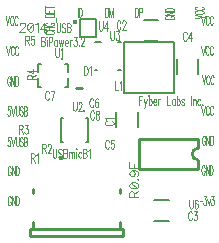
<source format=gto>
G04 DipTrace 2.4.0.2*
%INUSBBiPower3.2.gto*%
%MOIN*%
%ADD10C,0.0098*%
%ADD25C,0.006*%
%ADD36O,0.0114X0.012*%
%ADD40O,0.0102X0.0108*%
%ADD42C,0.007*%
%ADD47C,0.0157*%
%ADD59O,0.0144X0.0163*%
%ADD89C,0.0046*%
%ADD90C,0.0033*%
%FSLAX44Y44*%
G04*
G70*
G90*
G75*
G01*
%LNTopSilk*%
%LPD*%
X7661Y7709D2*
D25*
Y7231D1*
X8371D2*
Y7709D1*
X8925Y4091D2*
X9403D1*
Y4801D2*
X8925D1*
X6312Y8527D2*
D10*
X6509D1*
X5053Y8847D2*
D25*
Y8551D1*
Y9043D2*
Y9339D1*
X6037Y9043D2*
Y9339D1*
Y8551D2*
Y8847D1*
D36*
X5840Y9487D3*
X5053Y8551D2*
D25*
X5151D1*
X5939D2*
X6037D1*
Y9339D2*
X5939D1*
X5053D2*
X5151D1*
X5875Y6727D2*
X5816D1*
Y7515D1*
X5875D1*
X6721D2*
X6662D1*
X6721D2*
Y6727D1*
X6662D1*
D40*
X6585Y7754D3*
X4786Y3837D2*
D10*
X7881D1*
X7790Y5030D2*
Y5144D1*
X4877Y5030D2*
Y5144D1*
Y3837D2*
Y4061D1*
X7790Y3837D2*
Y4061D1*
D47*
X5822Y6199D3*
X4786Y3601D2*
D10*
X7881D1*
X4786Y3837D2*
Y3601D1*
X7881Y3837D2*
Y3601D1*
X8720Y8258D2*
D25*
G02X8720Y8258I30J0D01*
G01*
X9595Y8368D2*
Y10058D1*
X7905D1*
Y8368D1*
X9595D1*
X6946Y9138D2*
D42*
X7025D1*
X7733D2*
X7812D1*
X7733Y10043D2*
X7812D1*
X6946D2*
X7143D1*
X8578Y10089D2*
D25*
X9056D1*
Y10799D2*
X8578D1*
X10394Y9007D2*
Y9485D1*
X9684D2*
Y9007D1*
X6989Y10834D2*
X6435D1*
Y10230D1*
X6989D1*
Y10834D1*
D59*
X6271Y10730D3*
X10390Y6834D2*
D10*
X8421D1*
X10390Y5810D2*
X8421D1*
Y6834D2*
Y5810D1*
X10390Y6519D2*
Y6834D1*
Y6125D2*
Y5810D1*
Y6519D2*
G03X10390Y6125I0J-197D01*
G01*
X6916Y7704D2*
D89*
X6907Y7733D1*
X6890Y7762D1*
X6873Y7776D1*
X6838D1*
X6821Y7762D1*
X6804Y7733D1*
X6795Y7704D1*
X6787Y7661D1*
Y7589D1*
X6795Y7546D1*
X6804Y7517D1*
X6821Y7489D1*
X6838Y7474D1*
X6873D1*
X6890Y7489D1*
X6907Y7517D1*
X6916Y7546D1*
X7014Y7775D2*
X6989Y7761D1*
X6980Y7733D1*
Y7704D1*
X6989Y7675D1*
X7006Y7661D1*
X7040Y7646D1*
X7066Y7632D1*
X7083Y7603D1*
X7092Y7575D1*
Y7532D1*
X7083Y7503D1*
X7075Y7489D1*
X7049Y7474D1*
X7014D1*
X6989Y7489D1*
X6980Y7503D1*
X6971Y7532D1*
Y7575D1*
X6980Y7603D1*
X6997Y7632D1*
X7023Y7646D1*
X7057Y7661D1*
X7075Y7675D1*
X7083Y7704D1*
Y7733D1*
X7075Y7761D1*
X7049Y7775D1*
X7014D1*
X6895Y8114D2*
X6887Y8143D1*
X6870Y8172D1*
X6852Y8186D1*
X6818D1*
X6801Y8172D1*
X6784Y8143D1*
X6775Y8114D1*
X6766Y8071D1*
Y7999D1*
X6775Y7957D1*
X6784Y7928D1*
X6801Y7899D1*
X6818Y7885D1*
X6852D1*
X6870Y7899D1*
X6887Y7928D1*
X6895Y7957D1*
X7054Y8143D2*
X7046Y8171D1*
X7020Y8186D1*
X7003D1*
X6977Y8171D1*
X6960Y8128D1*
X6951Y8057D1*
Y7985D1*
X6960Y7928D1*
X6977Y7899D1*
X7003Y7885D1*
X7011D1*
X7037Y7899D1*
X7054Y7928D1*
X7063Y7971D1*
Y7985D1*
X7054Y8028D1*
X7037Y8057D1*
X7011Y8071D1*
X7003D1*
X6977Y8057D1*
X6960Y8028D1*
X6951Y7985D1*
X5412Y8361D2*
X5403Y8389D1*
X5386Y8418D1*
X5369Y8432D1*
X5334D1*
X5317Y8418D1*
X5300Y8389D1*
X5291Y8361D1*
X5283Y8318D1*
Y8246D1*
X5291Y8203D1*
X5300Y8174D1*
X5317Y8145D1*
X5334Y8131D1*
X5369D1*
X5386Y8145D1*
X5403Y8174D1*
X5412Y8203D1*
X5502Y8131D2*
X5588Y8432D1*
X5467D1*
X7342Y7417D2*
X7314Y7409D1*
X7285Y7392D1*
X7271Y7374D1*
Y7340D1*
X7285Y7323D1*
X7314Y7306D1*
X7342Y7297D1*
X7385Y7288D1*
X7457D1*
X7500Y7297D1*
X7529Y7306D1*
X7557Y7323D1*
X7572Y7340D1*
Y7374D1*
X7557Y7392D1*
X7529Y7409D1*
X7500Y7417D1*
X7328Y7473D2*
X7314Y7490D1*
X7271Y7516D1*
X7572D1*
X10182Y4345D2*
X10173Y4373D1*
X10156Y4402D1*
X10139Y4416D1*
X10104D1*
X10087Y4402D1*
X10070Y4373D1*
X10061Y4345D1*
X10053Y4301D1*
Y4229D1*
X10061Y4187D1*
X10070Y4158D1*
X10087Y4129D1*
X10104Y4115D1*
X10139D1*
X10156Y4129D1*
X10173Y4158D1*
X10182Y4187D1*
X10255Y4416D2*
X10349D1*
X10298Y4301D1*
X10323D1*
X10341Y4287D1*
X10349Y4273D1*
X10358Y4229D1*
Y4201D1*
X10349Y4158D1*
X10332Y4129D1*
X10306Y4115D1*
X10280D1*
X10255Y4129D1*
X10246Y4144D1*
X10237Y4172D1*
X7416Y6732D2*
X7408Y6761D1*
X7390Y6790D1*
X7373Y6804D1*
X7339D1*
X7321Y6790D1*
X7304Y6761D1*
X7296Y6732D1*
X7287Y6689D1*
Y6617D1*
X7296Y6574D1*
X7304Y6546D1*
X7321Y6517D1*
X7339Y6502D1*
X7373D1*
X7390Y6517D1*
X7408Y6546D1*
X7416Y6574D1*
X7575Y6804D2*
X7489D1*
X7480Y6675D1*
X7489Y6689D1*
X7515Y6703D1*
X7541D1*
X7566Y6689D1*
X7584Y6660D1*
X7592Y6617D1*
Y6589D1*
X7584Y6546D1*
X7566Y6517D1*
X7541Y6502D1*
X7515D1*
X7489Y6517D1*
X7480Y6531D1*
X7472Y6560D1*
X6580Y9256D2*
Y8955D1*
X6641D1*
X6666Y8969D1*
X6684Y8998D1*
X6692Y9027D1*
X6701Y9069D1*
Y9141D1*
X6692Y9184D1*
X6684Y9213D1*
X6666Y9242D1*
X6641Y9256D1*
X6580D1*
X6756Y9198D2*
X6774Y9213D1*
X6800Y9256D1*
Y8955D1*
X4820Y6199D2*
X4897D1*
X4923Y6214D1*
X4932Y6228D1*
X4940Y6256D1*
Y6285D1*
X4932Y6314D1*
X4923Y6328D1*
X4897Y6343D1*
X4820D1*
Y6041D1*
X4880Y6199D2*
X4940Y6041D1*
X4996Y6285D2*
X5013Y6300D1*
X5039Y6342D1*
Y6041D1*
X5193Y6520D2*
X5270D1*
X5296Y6534D1*
X5305Y6549D1*
X5314Y6577D1*
Y6606D1*
X5305Y6635D1*
X5296Y6649D1*
X5270Y6663D1*
X5193D1*
Y6362D1*
X5253Y6520D2*
X5314Y6362D1*
X5378Y6591D2*
Y6606D1*
X5386Y6635D1*
X5395Y6649D1*
X5412Y6663D1*
X5447D1*
X5464Y6649D1*
X5472Y6635D1*
X5481Y6606D1*
Y6577D1*
X5472Y6548D1*
X5455Y6506D1*
X5369Y6362D1*
X5490D1*
X4417Y7156D2*
X4494D1*
X4520Y7171D1*
X4529Y7185D1*
X4537Y7213D1*
Y7242D1*
X4529Y7271D1*
X4520Y7285D1*
X4494Y7300D1*
X4417D1*
Y6998D1*
X4477Y7156D2*
X4537Y6998D1*
X4610Y7299D2*
X4705D1*
X4653Y7185D1*
X4679D1*
X4696Y7170D1*
X4705Y7156D1*
X4714Y7113D1*
Y7084D1*
X4705Y7041D1*
X4688Y7013D1*
X4662Y6998D1*
X4636D1*
X4610Y7013D1*
X4602Y7027D1*
X4593Y7056D1*
X4841Y8838D2*
Y8915D1*
X4826Y8941D1*
X4812Y8950D1*
X4783Y8958D1*
X4755D1*
X4726Y8950D1*
X4712Y8941D1*
X4697Y8915D1*
Y8838D1*
X4999D1*
X4841Y8898D2*
X4999Y8958D1*
Y9100D2*
X4698D1*
X4898Y9014D1*
Y9143D1*
X4631Y10120D2*
X4708D1*
X4734Y10135D1*
X4743Y10149D1*
X4751Y10178D1*
Y10207D1*
X4743Y10235D1*
X4734Y10250D1*
X4708Y10264D1*
X4631D1*
Y9963D1*
X4691Y10120D2*
X4751Y9963D1*
X4910Y10264D2*
X4824D1*
X4815Y10135D1*
X4824Y10149D1*
X4850Y10164D1*
X4876D1*
X4901Y10149D1*
X4919Y10120D1*
X4927Y10077D1*
Y10049D1*
X4919Y10006D1*
X4901Y9977D1*
X4876Y9963D1*
X4850D1*
X4824Y9977D1*
X4815Y9991D1*
X4807Y10020D1*
X5630Y9856D2*
Y9641D1*
X5639Y9598D1*
X5656Y9569D1*
X5682Y9555D1*
X5699D1*
X5725Y9569D1*
X5742Y9598D1*
X5751Y9641D1*
Y9856D1*
X5807Y9798D2*
X5824Y9813D1*
X5850Y9856D1*
Y9555D1*
X6217Y8064D2*
Y7849D1*
X6226Y7806D1*
X6243Y7778D1*
X6269Y7763D1*
X6286D1*
X6312Y7778D1*
X6329Y7806D1*
X6338Y7849D1*
Y8064D1*
X6402Y7992D2*
Y8007D1*
X6411Y8036D1*
X6419Y8050D1*
X6437Y8064D1*
X6471D1*
X6488Y8050D1*
X6497Y8036D1*
X6505Y8007D1*
Y7978D1*
X6497Y7949D1*
X6480Y7907D1*
X6393Y7763D1*
X6514D1*
X5545Y6498D2*
Y6282D1*
X5553Y6239D1*
X5570Y6211D1*
X5596Y6196D1*
X5613D1*
X5639Y6211D1*
X5657Y6239D1*
X5665Y6282D1*
Y6498D1*
X5841Y6454D2*
X5824Y6483D1*
X5798Y6498D1*
X5764D1*
X5738Y6483D1*
X5721Y6454D1*
Y6426D1*
X5729Y6397D1*
X5738Y6383D1*
X5755Y6369D1*
X5807Y6340D1*
X5824Y6325D1*
X5833Y6311D1*
X5841Y6282D1*
Y6239D1*
X5824Y6211D1*
X5798Y6196D1*
X5764D1*
X5738Y6211D1*
X5721Y6239D1*
X5897Y6498D2*
Y6196D1*
X5974D1*
X6000Y6211D1*
X6009Y6225D1*
X6017Y6253D1*
Y6297D1*
X6009Y6325D1*
X6000Y6340D1*
X5974Y6354D1*
X6000Y6369D1*
X6009Y6383D1*
X6017Y6411D1*
Y6440D1*
X6009Y6469D1*
X6000Y6483D1*
X5974Y6498D1*
X5897D1*
Y6354D2*
X5974D1*
X6073Y6397D2*
Y6196D1*
Y6340D2*
X6099Y6383D1*
X6116Y6397D1*
X6142D1*
X6159Y6383D1*
X6168Y6340D1*
Y6196D1*
Y6340D2*
X6194Y6383D1*
X6211Y6397D1*
X6237D1*
X6254Y6383D1*
X6263Y6340D1*
Y6196D1*
X6318Y6498D2*
X6327Y6483D1*
X6336Y6498D1*
X6327Y6512D1*
X6318Y6498D1*
X6327Y6397D2*
Y6196D1*
X6495Y6354D2*
X6477Y6383D1*
X6460Y6397D1*
X6434D1*
X6417Y6383D1*
X6400Y6354D1*
X6391Y6311D1*
Y6282D1*
X6400Y6239D1*
X6417Y6211D1*
X6434Y6196D1*
X6460D1*
X6477Y6211D1*
X6495Y6239D1*
X6550Y6498D2*
Y6196D1*
X6628D1*
X6654Y6211D1*
X6662Y6225D1*
X6671Y6253D1*
Y6297D1*
X6662Y6325D1*
X6654Y6340D1*
X6628Y6354D1*
X6654Y6369D1*
X6662Y6383D1*
X6671Y6411D1*
Y6440D1*
X6662Y6469D1*
X6654Y6483D1*
X6628Y6498D1*
X6550D1*
Y6354D2*
X6628D1*
X6726Y6440D2*
X6744Y6454D1*
X6770Y6497D1*
Y6196D1*
X7618Y8757D2*
Y8456D1*
X7721D1*
X7777Y8700D2*
X7794Y8714D1*
X7820Y8757D1*
Y8456D1*
X7465Y10424D2*
Y10209D1*
X7474Y10166D1*
X7491Y10137D1*
X7517Y10122D1*
X7534D1*
X7560Y10137D1*
X7577Y10166D1*
X7586Y10209D1*
Y10424D1*
X7659D2*
X7753D1*
X7702Y10309D1*
X7728D1*
X7745Y10295D1*
X7753Y10280D1*
X7762Y10237D1*
Y10209D1*
X7753Y10166D1*
X7736Y10137D1*
X7710Y10122D1*
X7685D1*
X7659Y10137D1*
X7650Y10151D1*
X7642Y10180D1*
X7799Y10705D2*
X7791Y10734D1*
X7774Y10762D1*
X7757Y10777D1*
X7722D1*
X7705Y10762D1*
X7688Y10734D1*
X7679Y10705D1*
X7670Y10662D1*
Y10590D1*
X7679Y10547D1*
X7688Y10518D1*
X7705Y10490D1*
X7722Y10475D1*
X7757D1*
X7774Y10490D1*
X7791Y10518D1*
X7799Y10547D1*
X7864Y10705D2*
Y10719D1*
X7872Y10748D1*
X7881Y10762D1*
X7898Y10776D1*
X7933D1*
X7950Y10762D1*
X7958Y10748D1*
X7967Y10719D1*
Y10691D1*
X7958Y10662D1*
X7941Y10619D1*
X7855Y10475D1*
X7976D1*
X10010Y10330D2*
X10002Y10358D1*
X9984Y10387D1*
X9967Y10401D1*
X9933D1*
X9916Y10387D1*
X9899Y10358D1*
X9890Y10330D1*
X9881Y10287D1*
Y10215D1*
X9890Y10172D1*
X9899Y10143D1*
X9916Y10114D1*
X9933Y10100D1*
X9967D1*
X9984Y10114D1*
X10002Y10143D1*
X10010Y10172D1*
X10152Y10100D2*
Y10401D1*
X10066Y10200D1*
X10195D1*
X7080Y10742D2*
Y10527D1*
X7088Y10484D1*
X7105Y10455D1*
X7131Y10440D1*
X7148D1*
X7174Y10455D1*
X7192Y10484D1*
X7200Y10527D1*
Y10742D1*
X7342Y10440D2*
Y10742D1*
X7256Y10541D1*
X7385D1*
X10091Y4801D2*
Y4585D1*
X10100Y4542D1*
X10117Y4514D1*
X10143Y4499D1*
X10160D1*
X10186Y4514D1*
X10203Y4542D1*
X10212Y4585D1*
Y4801D1*
X10370Y4758D2*
X10362Y4786D1*
X10336Y4800D1*
X10319D1*
X10293Y4786D1*
X10276Y4743D1*
X10267Y4671D1*
Y4600D1*
X10276Y4542D1*
X10293Y4513D1*
X10319Y4499D1*
X10327D1*
X10353Y4513D1*
X10370Y4542D1*
X10379Y4585D1*
Y4600D1*
X10370Y4643D1*
X10353Y4671D1*
X10327Y4686D1*
X10319D1*
X10293Y4671D1*
X10276Y4643D1*
X10267Y4600D1*
X10630Y6861D2*
D90*
X10623Y6889D1*
X10609Y6918D1*
X10595Y6933D1*
X10566D1*
X10552Y6918D1*
X10537Y6889D1*
X10530Y6861D1*
X10523Y6818D1*
Y6746D1*
X10530Y6703D1*
X10537Y6674D1*
X10552Y6646D1*
X10566Y6631D1*
X10595D1*
X10609Y6646D1*
X10623Y6674D1*
X10630Y6703D1*
Y6746D1*
X10595D1*
X10764Y6933D2*
Y6631D1*
X10663Y6933D1*
Y6631D1*
X10797Y6933D2*
Y6631D1*
X10847D1*
X10868Y6646D1*
X10883Y6674D1*
X10890Y6703D1*
X10897Y6746D1*
Y6818D1*
X10890Y6861D1*
X10883Y6889D1*
X10868Y6918D1*
X10847Y6933D1*
X10797D1*
X9356Y10919D2*
X9327Y10912D1*
X9298Y10897D1*
X9284Y10883D1*
Y10854D1*
X9298Y10840D1*
X9327Y10826D1*
X9356Y10818D1*
X9399Y10811D1*
X9471D1*
X9514Y10818D1*
X9542Y10826D1*
X9571Y10840D1*
X9586Y10854D1*
Y10883D1*
X9571Y10897D1*
X9542Y10912D1*
X9514Y10919D1*
X9471D1*
Y10883D1*
X9284Y11052D2*
X9586D1*
X9284Y10952D1*
X9586D1*
X9284Y11085D2*
X9586D1*
Y11135D1*
X9571Y11157D1*
X9542Y11171D1*
X9514Y11178D1*
X9471Y11185D1*
X9399D1*
X9356Y11178D1*
X9327Y11171D1*
X9298Y11157D1*
X9284Y11135D1*
Y11085D1*
X4144Y5842D2*
X4137Y5871D1*
X4123Y5900D1*
X4108Y5914D1*
X4080D1*
X4065Y5900D1*
X4051Y5871D1*
X4044Y5842D1*
X4037Y5799D1*
Y5727D1*
X4044Y5684D1*
X4051Y5655D1*
X4065Y5627D1*
X4080Y5612D1*
X4108D1*
X4123Y5627D1*
X4137Y5655D1*
X4144Y5684D1*
Y5727D1*
X4108D1*
X4277Y5914D2*
Y5612D1*
X4177Y5914D1*
Y5612D1*
X4310Y5914D2*
Y5612D1*
X4361D1*
X4382Y5627D1*
X4396Y5655D1*
X4404Y5684D1*
X4411Y5727D1*
Y5799D1*
X4404Y5842D1*
X4396Y5871D1*
X4382Y5900D1*
X4361Y5914D1*
X4310D1*
X5361Y10430D2*
X5333Y10423D1*
X5304Y10408D1*
X5290Y10394D1*
Y10365D1*
X5304Y10351D1*
X5333Y10337D1*
X5361Y10329D1*
X5405Y10322D1*
X5477D1*
X5519Y10329D1*
X5548Y10337D1*
X5577Y10351D1*
X5591Y10365D1*
Y10394D1*
X5577Y10408D1*
X5548Y10423D1*
X5519Y10430D1*
X5290Y10463D2*
X5591D1*
X5290Y10563D2*
X5591D1*
X5433Y10463D2*
Y10563D1*
X5361Y10703D2*
X5333Y10696D1*
X5304Y10682D1*
X5290Y10668D1*
Y10639D1*
X5304Y10624D1*
X5333Y10610D1*
X5361Y10603D1*
X5405Y10596D1*
X5477D1*
X5519Y10603D1*
X5548Y10610D1*
X5577Y10624D1*
X5591Y10639D1*
Y10668D1*
X5577Y10682D1*
X5548Y10696D1*
X5519Y10703D1*
X5477D1*
Y10668D1*
X5641Y10736D2*
Y10873D1*
X5290Y10905D2*
X5591D1*
Y10956D1*
X5577Y10977D1*
X5548Y10992D1*
X5519Y10999D1*
X5477Y11006D1*
X5405D1*
X5361Y10999D1*
X5333Y10992D1*
X5304Y10977D1*
X5290Y10956D1*
Y10905D1*
Y11132D2*
Y11039D1*
X5591D1*
Y11132D1*
X5433Y11039D2*
Y11096D1*
X5290Y11215D2*
X5591D1*
X5290Y11165D2*
Y11265D1*
X3996Y9922D2*
X4054Y9620D1*
X4111Y9922D1*
X4251Y9850D2*
X4244Y9879D1*
X4230Y9907D1*
X4216Y9922D1*
X4187D1*
X4173Y9907D1*
X4158Y9879D1*
X4151Y9850D1*
X4144Y9807D1*
Y9735D1*
X4151Y9692D1*
X4158Y9663D1*
X4173Y9635D1*
X4187Y9620D1*
X4216D1*
X4230Y9635D1*
X4244Y9663D1*
X4251Y9692D1*
X4392Y9850D2*
X4385Y9879D1*
X4370Y9907D1*
X4356Y9922D1*
X4327D1*
X4313Y9907D1*
X4299Y9879D1*
X4291Y9850D1*
X4284Y9807D1*
Y9735D1*
X4291Y9692D1*
X4299Y9663D1*
X4313Y9635D1*
X4327Y9620D1*
X4356D1*
X4370Y9635D1*
X4385Y9663D1*
X4392Y9692D1*
X6377Y11203D2*
Y10902D1*
X6409Y11203D2*
Y10902D1*
X6460D1*
X6481Y10916D1*
X6496Y10945D1*
X6503Y10974D1*
X6510Y11016D1*
Y11088D1*
X6503Y11132D1*
X6496Y11160D1*
X6481Y11189D1*
X6460Y11203D1*
X6409D1*
X7297Y11200D2*
Y10899D1*
X7347D1*
X7369Y10913D1*
X7383Y10942D1*
X7390Y10970D1*
X7397Y11013D1*
Y11085D1*
X7390Y11128D1*
X7383Y11157D1*
X7369Y11186D1*
X7347Y11200D1*
X7297D1*
X7545Y10899D2*
Y11200D1*
X7487Y10899D1*
X7430Y11200D1*
Y10899D1*
X8295Y11208D2*
Y10906D1*
X8345D1*
X8366Y10921D1*
X8381Y10949D1*
X8388Y10978D1*
X8395Y11021D1*
Y11093D1*
X8388Y11136D1*
X8381Y11165D1*
X8366Y11193D1*
X8345Y11208D1*
X8295D1*
X8428Y11050D2*
X8493D1*
X8514Y11064D1*
X8521Y11079D1*
X8528Y11107D1*
Y11150D1*
X8521Y11179D1*
X8514Y11193D1*
X8493Y11208D1*
X8428D1*
Y10906D1*
X5157Y10226D2*
D89*
Y9925D1*
X5234D1*
X5260Y9940D1*
X5269Y9954D1*
X5277Y9982D1*
Y10026D1*
X5269Y10054D1*
X5260Y10069D1*
X5234Y10083D1*
X5260Y10097D1*
X5269Y10112D1*
X5277Y10140D1*
Y10169D1*
X5269Y10198D1*
X5260Y10212D1*
X5234Y10226D1*
X5157D1*
Y10083D2*
X5234D1*
X5333Y10226D2*
X5342Y10212D1*
X5350Y10226D1*
X5342Y10241D1*
X5333Y10226D1*
X5342Y10126D2*
Y9925D1*
X5406Y10069D2*
X5483D1*
X5509Y10083D1*
X5518Y10097D1*
X5526Y10126D1*
Y10169D1*
X5518Y10198D1*
X5509Y10212D1*
X5483Y10226D1*
X5406D1*
Y9925D1*
X5625Y10126D2*
X5608Y10112D1*
X5591Y10083D1*
X5582Y10040D1*
Y10011D1*
X5591Y9968D1*
X5608Y9940D1*
X5625Y9925D1*
X5651D1*
X5668Y9940D1*
X5685Y9968D1*
X5694Y10011D1*
Y10040D1*
X5685Y10083D1*
X5668Y10112D1*
X5651Y10126D1*
X5625D1*
X5750D2*
X5784Y9925D1*
X5818Y10126D1*
X5853Y9925D1*
X5887Y10126D1*
X5943Y10040D2*
X6046D1*
Y10069D1*
X6038Y10097D1*
X6029Y10112D1*
X6012Y10126D1*
X5986D1*
X5969Y10112D1*
X5951Y10083D1*
X5943Y10040D1*
Y10011D1*
X5951Y9968D1*
X5969Y9940D1*
X5986Y9925D1*
X6012D1*
X6029Y9940D1*
X6046Y9968D1*
X6102Y10126D2*
Y9925D1*
Y10040D2*
X6110Y10083D1*
X6128Y10112D1*
X6145Y10126D1*
X6171D1*
X6244Y10226D2*
X6338D1*
X6287Y10111D1*
X6313D1*
X6330Y10097D1*
X6338Y10083D1*
X6347Y10040D1*
Y10011D1*
X6338Y9968D1*
X6321Y9939D1*
X6295Y9925D1*
X6269D1*
X6244Y9939D1*
X6235Y9954D1*
X6226Y9982D1*
X6411Y9954D2*
X6403Y9939D1*
X6411Y9925D1*
X6420Y9939D1*
X6411Y9954D1*
X6484Y10155D2*
Y10169D1*
X6493Y10198D1*
X6501Y10212D1*
X6519Y10226D1*
X6553D1*
X6570Y10212D1*
X6579Y10198D1*
X6587Y10169D1*
Y10140D1*
X6579Y10111D1*
X6562Y10069D1*
X6475Y9925D1*
X6596D1*
X8236Y4885D2*
Y5014D1*
X8222Y5057D1*
X8208Y5072D1*
X8179Y5086D1*
X8150D1*
X8122Y5072D1*
X8107Y5057D1*
X8093Y5014D1*
Y4885D1*
X8394D1*
X8236Y4986D2*
X8394Y5086D1*
X8093Y5265D2*
X8107Y5222D1*
X8150Y5193D1*
X8222Y5179D1*
X8265D1*
X8337Y5193D1*
X8380Y5222D1*
X8394Y5265D1*
Y5293D1*
X8380Y5337D1*
X8337Y5365D1*
X8265Y5380D1*
X8222D1*
X8150Y5365D1*
X8107Y5337D1*
X8093Y5293D1*
Y5265D1*
X8150Y5365D2*
X8337Y5193D1*
X8365Y5487D2*
X8380Y5472D1*
X8394Y5487D1*
X8380Y5501D1*
X8365Y5487D1*
X8193Y5781D2*
X8236Y5766D1*
X8265Y5737D1*
X8279Y5694D1*
Y5680D1*
X8265Y5637D1*
X8236Y5608D1*
X8193Y5594D1*
X8179D1*
X8136Y5608D1*
X8107Y5637D1*
X8093Y5680D1*
Y5694D1*
X8107Y5737D1*
X8136Y5766D1*
X8193Y5781D1*
X8265D1*
X8337Y5766D1*
X8380Y5737D1*
X8394Y5694D1*
Y5666D1*
X8380Y5623D1*
X8351Y5608D1*
X8093Y6060D2*
Y5873D1*
X8394D1*
Y6060D1*
X8236Y5873D2*
Y5988D1*
X8514Y8256D2*
X8402D1*
Y7955D1*
Y8113D2*
X8470D1*
X8578Y8156D2*
X8629Y7955D1*
X8612Y7897D1*
X8595Y7869D1*
X8578Y7854D1*
X8569D1*
X8681Y8156D2*
X8629Y7955D1*
X8737Y8256D2*
Y7955D1*
Y8113D2*
X8754Y8142D1*
X8771Y8156D1*
X8797D1*
X8814Y8142D1*
X8831Y8113D1*
X8840Y8070D1*
Y8041D1*
X8831Y7998D1*
X8814Y7969D1*
X8797Y7955D1*
X8771D1*
X8754Y7969D1*
X8737Y7998D1*
X8896Y8070D2*
X8999D1*
Y8098D1*
X8990Y8127D1*
X8982Y8142D1*
X8964Y8156D1*
X8939D1*
X8921Y8142D1*
X8904Y8113D1*
X8896Y8070D1*
Y8041D1*
X8904Y7998D1*
X8921Y7969D1*
X8939Y7955D1*
X8964D1*
X8982Y7969D1*
X8999Y7998D1*
X9054Y8156D2*
Y7955D1*
Y8070D2*
X9063Y8113D1*
X9080Y8142D1*
X9098Y8156D1*
X9123D1*
X9354Y8256D2*
Y7955D1*
X9457D1*
X9616Y8156D2*
Y7955D1*
Y8113D2*
X9599Y8142D1*
X9582Y8156D1*
X9556D1*
X9539Y8142D1*
X9522Y8113D1*
X9513Y8070D1*
Y8041D1*
X9522Y7998D1*
X9539Y7969D1*
X9556Y7955D1*
X9582D1*
X9599Y7969D1*
X9616Y7998D1*
X9672Y8256D2*
Y7955D1*
Y8113D2*
X9689Y8142D1*
X9706Y8156D1*
X9732D1*
X9749Y8142D1*
X9766Y8113D1*
X9775Y8070D1*
Y8041D1*
X9766Y7998D1*
X9749Y7969D1*
X9732Y7955D1*
X9706D1*
X9689Y7969D1*
X9672Y7998D1*
X9925Y8113D2*
X9917Y8142D1*
X9891Y8156D1*
X9865D1*
X9839Y8142D1*
X9831Y8113D1*
X9839Y8084D1*
X9856Y8070D1*
X9899Y8055D1*
X9917Y8041D1*
X9925Y8012D1*
Y7998D1*
X9917Y7969D1*
X9891Y7955D1*
X9865D1*
X9839Y7969D1*
X9831Y7998D1*
X10156Y8256D2*
Y7955D1*
X10211Y8156D2*
Y7955D1*
Y8098D2*
X10237Y8142D1*
X10255Y8156D1*
X10280D1*
X10298Y8142D1*
X10306Y8098D1*
Y7955D1*
X10465Y8113D2*
X10448Y8142D1*
X10431Y8156D1*
X10405D1*
X10388Y8142D1*
X10370Y8113D1*
X10362Y8070D1*
Y8041D1*
X10370Y7998D1*
X10388Y7969D1*
X10405Y7955D1*
X10431D1*
X10448Y7969D1*
X10465Y7998D1*
X10529Y7984D2*
X10521Y7969D1*
X10529Y7955D1*
X10538Y7969D1*
X10529Y7984D1*
X10442Y4775D2*
D90*
X10524D1*
X10572Y4926D2*
X10650D1*
X10607Y4811D1*
X10629D1*
X10643Y4797D1*
X10650Y4783D1*
X10658Y4740D1*
Y4711D1*
X10650Y4668D1*
X10636Y4639D1*
X10615Y4625D1*
X10593D1*
X10572Y4639D1*
X10565Y4654D1*
X10557Y4682D1*
X10691Y4826D2*
X10734Y4625D1*
X10777Y4826D1*
X10824Y4926D2*
X10903D1*
X10860Y4811D1*
X10881D1*
X10895Y4797D1*
X10903Y4783D1*
X10910Y4740D1*
Y4711D1*
X10903Y4668D1*
X10888Y4639D1*
X10867Y4625D1*
X10845D1*
X10824Y4639D1*
X10817Y4654D1*
X10809Y4682D1*
X10606Y5870D2*
X10599Y5899D1*
X10585Y5928D1*
X10570Y5942D1*
X10542D1*
X10527Y5928D1*
X10513Y5899D1*
X10506Y5870D1*
X10499Y5827D1*
Y5755D1*
X10506Y5713D1*
X10513Y5684D1*
X10527Y5655D1*
X10542Y5641D1*
X10570D1*
X10585Y5655D1*
X10599Y5684D1*
X10606Y5713D1*
Y5755D1*
X10570D1*
X10740Y5942D2*
Y5641D1*
X10639Y5942D1*
Y5641D1*
X10772Y5942D2*
Y5641D1*
X10823D1*
X10844Y5655D1*
X10859Y5684D1*
X10866Y5713D1*
X10873Y5755D1*
Y5827D1*
X10866Y5870D1*
X10859Y5899D1*
X10844Y5928D1*
X10823Y5942D1*
X10772D1*
X10273Y10843D2*
X10574Y10901D1*
X10273Y10958D1*
X10344Y11099D2*
X10316Y11092D1*
X10287Y11077D1*
X10273Y11063D1*
Y11034D1*
X10287Y11020D1*
X10316Y11005D1*
X10344Y10998D1*
X10387Y10991D1*
X10459D1*
X10502Y10998D1*
X10531Y11005D1*
X10559Y11020D1*
X10574Y11034D1*
Y11063D1*
X10559Y11077D1*
X10531Y11092D1*
X10502Y11099D1*
X10344Y11239D2*
X10316Y11232D1*
X10287Y11218D1*
X10273Y11203D1*
Y11175D1*
X10287Y11160D1*
X10316Y11146D1*
X10344Y11139D1*
X10387Y11131D1*
X10459D1*
X10502Y11139D1*
X10531Y11146D1*
X10559Y11160D1*
X10574Y11175D1*
Y11203D1*
X10559Y11218D1*
X10531Y11232D1*
X10502Y11239D1*
X10485Y9929D2*
X10542Y9628D1*
X10600Y9929D1*
X10740Y9858D2*
X10733Y9886D1*
X10718Y9915D1*
X10704Y9929D1*
X10676D1*
X10661Y9915D1*
X10647Y9886D1*
X10640Y9858D1*
X10632Y9815D1*
Y9743D1*
X10640Y9700D1*
X10647Y9671D1*
X10661Y9642D1*
X10676Y9628D1*
X10704D1*
X10718Y9642D1*
X10733Y9671D1*
X10740Y9700D1*
X10880Y9858D2*
X10873Y9886D1*
X10859Y9915D1*
X10845Y9929D1*
X10816D1*
X10802Y9915D1*
X10787Y9886D1*
X10780Y9858D1*
X10773Y9815D1*
Y9743D1*
X10780Y9700D1*
X10787Y9671D1*
X10802Y9642D1*
X10816Y9628D1*
X10845D1*
X10859Y9642D1*
X10873Y9671D1*
X10880Y9700D1*
X10495Y7933D2*
X10552Y7631D1*
X10609Y7933D1*
X10750Y7861D2*
X10743Y7890D1*
X10728Y7918D1*
X10714Y7933D1*
X10685D1*
X10671Y7918D1*
X10656Y7890D1*
X10649Y7861D1*
X10642Y7818D1*
Y7746D1*
X10649Y7703D1*
X10656Y7674D1*
X10671Y7646D1*
X10685Y7631D1*
X10714D1*
X10728Y7646D1*
X10743Y7674D1*
X10750Y7703D1*
X10890Y7861D2*
X10883Y7890D1*
X10869Y7918D1*
X10854Y7933D1*
X10826D1*
X10811Y7918D1*
X10797Y7890D1*
X10790Y7861D1*
X10782Y7818D1*
Y7746D1*
X10790Y7703D1*
X10797Y7674D1*
X10811Y7646D1*
X10826Y7631D1*
X10854D1*
X10869Y7646D1*
X10883Y7674D1*
X10890Y7703D1*
X4443Y10635D2*
Y10650D1*
X4458Y10678D1*
X4472Y10693D1*
X4501Y10707D1*
X4558D1*
X4587Y10693D1*
X4601Y10678D1*
X4616Y10650D1*
Y10621D1*
X4601Y10592D1*
X4572Y10549D1*
X4429Y10406D1*
X4630D1*
X4782Y10707D2*
X4739Y10693D1*
X4710Y10650D1*
X4695Y10578D1*
Y10535D1*
X4710Y10463D1*
X4739Y10420D1*
X4782Y10406D1*
X4810D1*
X4853Y10420D1*
X4882Y10463D1*
X4896Y10535D1*
Y10578D1*
X4882Y10650D1*
X4853Y10693D1*
X4810Y10707D1*
X4782D1*
X4882Y10650D2*
X4710Y10463D1*
X4962Y10650D2*
X4991Y10664D1*
X5034Y10707D1*
Y10406D1*
X5243D2*
Y10707D1*
X5100Y10506D1*
X5315D1*
X4118Y6882D2*
X4046D1*
X4039Y6753D1*
X4046Y6767D1*
X4068Y6781D1*
X4089D1*
X4111Y6767D1*
X4125Y6738D1*
X4132Y6695D1*
Y6667D1*
X4125Y6624D1*
X4111Y6595D1*
X4089Y6581D1*
X4068D1*
X4046Y6595D1*
X4039Y6609D1*
X4032Y6638D1*
X4165Y6882D2*
X4222Y6581D1*
X4280Y6882D1*
X4313D2*
Y6667D1*
X4320Y6624D1*
X4334Y6595D1*
X4356Y6581D1*
X4370D1*
X4392Y6595D1*
X4406Y6624D1*
X4413Y6667D1*
Y6882D1*
X4546Y6839D2*
X4532Y6868D1*
X4511Y6882D1*
X4482D1*
X4460Y6868D1*
X4446Y6839D1*
Y6810D1*
X4453Y6781D1*
X4460Y6767D1*
X4475Y6753D1*
X4518Y6724D1*
X4532Y6710D1*
X4539Y6695D1*
X4546Y6667D1*
Y6624D1*
X4532Y6595D1*
X4511Y6581D1*
X4482D1*
X4460Y6595D1*
X4446Y6624D1*
X4579Y6882D2*
Y6581D1*
X4644D1*
X4665Y6595D1*
X4673Y6609D1*
X4680Y6638D1*
Y6681D1*
X4673Y6710D1*
X4665Y6724D1*
X4644Y6738D1*
X4665Y6753D1*
X4673Y6767D1*
X4680Y6796D1*
Y6825D1*
X4673Y6853D1*
X4665Y6868D1*
X4644Y6882D1*
X4579D1*
Y6738D2*
X4644D1*
X4145Y4848D2*
X4138Y4877D1*
X4123Y4905D1*
X4109Y4920D1*
X4080D1*
X4066Y4905D1*
X4052Y4877D1*
X4045Y4848D1*
X4037Y4805D1*
Y4733D1*
X4045Y4690D1*
X4052Y4661D1*
X4066Y4633D1*
X4080Y4618D1*
X4109D1*
X4123Y4633D1*
X4138Y4661D1*
X4145Y4690D1*
Y4733D1*
X4109D1*
X4278Y4920D2*
Y4618D1*
X4178Y4920D1*
Y4618D1*
X4311Y4920D2*
Y4618D1*
X4361D1*
X4383Y4633D1*
X4397Y4661D1*
X4404Y4690D1*
X4412Y4733D1*
Y4805D1*
X4404Y4848D1*
X4397Y4877D1*
X4383Y4905D1*
X4361Y4920D1*
X4311D1*
X4131Y8838D2*
X4124Y8866D1*
X4110Y8895D1*
X4096Y8909D1*
X4067D1*
X4052Y8895D1*
X4038Y8866D1*
X4031Y8838D1*
X4024Y8794D1*
Y8722D1*
X4031Y8680D1*
X4038Y8651D1*
X4052Y8622D1*
X4067Y8608D1*
X4096D1*
X4110Y8622D1*
X4124Y8651D1*
X4131Y8680D1*
Y8722D1*
X4096D1*
X4265Y8909D2*
Y8608D1*
X4164Y8909D1*
Y8608D1*
X4297Y8909D2*
Y8608D1*
X4348D1*
X4369Y8622D1*
X4384Y8651D1*
X4391Y8680D1*
X4398Y8722D1*
Y8794D1*
X4391Y8838D1*
X4384Y8866D1*
X4369Y8895D1*
X4348Y8909D1*
X4297D1*
X3974Y10927D2*
X4032Y10625D1*
X4089Y10927D1*
X4229Y10855D2*
X4222Y10884D1*
X4208Y10913D1*
X4193Y10927D1*
X4165D1*
X4150Y10913D1*
X4136Y10884D1*
X4129Y10855D1*
X4122Y10812D1*
Y10740D1*
X4129Y10697D1*
X4136Y10669D1*
X4150Y10640D1*
X4165Y10625D1*
X4193D1*
X4208Y10640D1*
X4222Y10669D1*
X4229Y10697D1*
X4370Y10855D2*
X4363Y10884D1*
X4348Y10913D1*
X4334Y10927D1*
X4305D1*
X4291Y10913D1*
X4277Y10884D1*
X4269Y10855D1*
X4262Y10812D1*
Y10740D1*
X4269Y10697D1*
X4277Y10669D1*
X4291Y10640D1*
X4305Y10625D1*
X4334D1*
X4348Y10640D1*
X4363Y10669D1*
X4370Y10697D1*
X10510Y8948D2*
X10568Y8647D1*
X10625Y8948D1*
X10766Y8877D2*
X10758Y8905D1*
X10744Y8934D1*
X10730Y8948D1*
X10701D1*
X10687Y8934D1*
X10672Y8905D1*
X10665Y8877D1*
X10658Y8834D1*
Y8762D1*
X10665Y8719D1*
X10672Y8690D1*
X10687Y8662D1*
X10701Y8647D1*
X10730D1*
X10744Y8662D1*
X10758Y8690D1*
X10766Y8719D1*
X10906Y8877D2*
X10899Y8905D1*
X10884Y8934D1*
X10870Y8948D1*
X10841D1*
X10827Y8934D1*
X10813Y8905D1*
X10805Y8877D1*
X10798Y8834D1*
Y8762D1*
X10805Y8719D1*
X10813Y8690D1*
X10827Y8662D1*
X10841Y8647D1*
X10870D1*
X10884Y8662D1*
X10899Y8690D1*
X10906Y8719D1*
X4114Y7909D2*
X4042D1*
X4035Y7780D1*
X4042Y7794D1*
X4064Y7809D1*
X4085D1*
X4107Y7794D1*
X4121Y7766D1*
X4129Y7723D1*
Y7694D1*
X4121Y7651D1*
X4107Y7622D1*
X4085Y7608D1*
X4064D1*
X4042Y7622D1*
X4035Y7637D1*
X4028Y7665D1*
X4161Y7909D2*
X4219Y7608D1*
X4276Y7909D1*
X4309D2*
Y7694D1*
X4316Y7651D1*
X4330Y7622D1*
X4352Y7608D1*
X4366D1*
X4388Y7622D1*
X4402Y7651D1*
X4409Y7694D1*
Y7909D1*
X4543Y7866D2*
X4528Y7895D1*
X4507Y7909D1*
X4478D1*
X4457Y7895D1*
X4442Y7866D1*
Y7838D1*
X4449Y7809D1*
X4457Y7795D1*
X4471Y7780D1*
X4514Y7751D1*
X4528Y7737D1*
X4535Y7723D1*
X4543Y7694D1*
Y7651D1*
X4528Y7622D1*
X4507Y7608D1*
X4478D1*
X4457Y7622D1*
X4442Y7651D1*
X4575Y7909D2*
Y7608D1*
X4640D1*
X4662Y7622D1*
X4669Y7637D1*
X4676Y7665D1*
Y7708D1*
X4669Y7737D1*
X4662Y7751D1*
X4640Y7766D1*
X4662Y7780D1*
X4669Y7795D1*
X4676Y7823D1*
Y7852D1*
X4669Y7880D1*
X4662Y7895D1*
X4640Y7909D1*
X4575D1*
Y7766D2*
X4640D1*
X5667Y10687D2*
D89*
Y10471D1*
X5676Y10428D1*
X5693Y10400D1*
X5719Y10385D1*
X5736D1*
X5762Y10400D1*
X5779Y10428D1*
X5788Y10471D1*
Y10687D1*
X5964Y10644D2*
X5947Y10672D1*
X5921Y10687D1*
X5886D1*
X5861Y10672D1*
X5843Y10644D1*
Y10615D1*
X5852Y10586D1*
X5861Y10572D1*
X5878Y10558D1*
X5929Y10529D1*
X5947Y10515D1*
X5955Y10500D1*
X5964Y10471D1*
Y10428D1*
X5947Y10400D1*
X5921Y10385D1*
X5886D1*
X5861Y10400D1*
X5843Y10428D1*
X6019Y10687D2*
Y10385D1*
X6097D1*
X6123Y10400D1*
X6131Y10414D1*
X6140Y10443D1*
Y10486D1*
X6131Y10515D1*
X6123Y10529D1*
X6097Y10543D1*
X6123Y10558D1*
X6131Y10572D1*
X6140Y10600D1*
Y10629D1*
X6131Y10658D1*
X6123Y10672D1*
X6097Y10687D1*
X6019D1*
Y10543D2*
X6097D1*
X10488Y10934D2*
D90*
X10546Y10633D1*
X10603Y10934D1*
X10743Y10862D2*
X10736Y10891D1*
X10722Y10920D1*
X10708Y10934D1*
X10679D1*
X10665Y10920D1*
X10650Y10891D1*
X10643Y10862D1*
X10636Y10819D1*
Y10747D1*
X10643Y10704D1*
X10650Y10676D1*
X10665Y10647D1*
X10679Y10633D1*
X10708D1*
X10722Y10647D1*
X10736Y10676D1*
X10743Y10704D1*
X10884Y10862D2*
X10877Y10891D1*
X10862Y10920D1*
X10848Y10934D1*
X10819D1*
X10805Y10920D1*
X10791Y10891D1*
X10783Y10862D1*
X10776Y10819D1*
Y10747D1*
X10783Y10704D1*
X10791Y10676D1*
X10805Y10647D1*
X10819Y10633D1*
X10848D1*
X10862Y10647D1*
X10877Y10676D1*
X10884Y10704D1*
M02*

</source>
